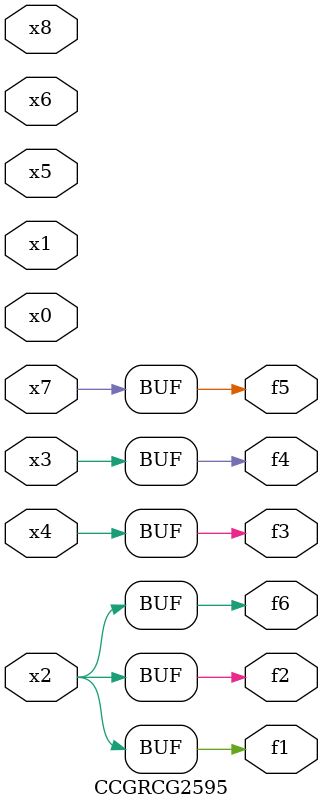
<source format=v>
module CCGRCG2595(
	input x0, x1, x2, x3, x4, x5, x6, x7, x8,
	output f1, f2, f3, f4, f5, f6
);
	assign f1 = x2;
	assign f2 = x2;
	assign f3 = x4;
	assign f4 = x3;
	assign f5 = x7;
	assign f6 = x2;
endmodule

</source>
